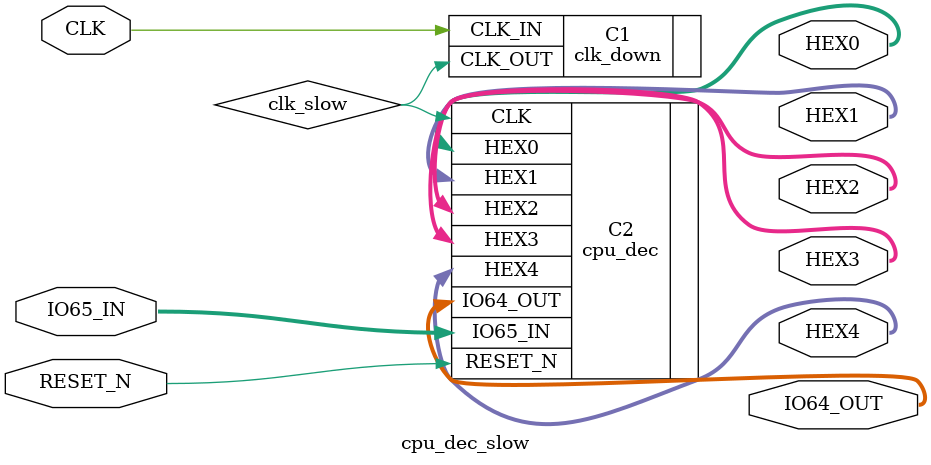
<source format=v>
module cpu_dec_slow(
    input CLK,
    input RESET_N,
    input[15:0] IO65_IN,
    output[15:0] IO64_OUT,
    output[6:0] HEX4,
    output[6:0] HEX3,
    output[6:0] HEX2,
    output[6:0] HEX1,
    output[6:0] HEX0
);
    wire clk_slow;

    clk_down C1(
        .CLK_IN(CLK),
        .CLK_OUT(clk_slow)
    );

    cpu_dec C2(
        .CLK(clk_slow),
        .RESET_N(RESET_N),
        .IO65_IN(IO65_IN),
        .IO64_OUT(IO64_OUT),
        .HEX4(HEX4),
        .HEX3(HEX3),
        .HEX2(HEX2),
        .HEX1(HEX1),
        .HEX0(HEX0)
    );
endmodule
</source>
